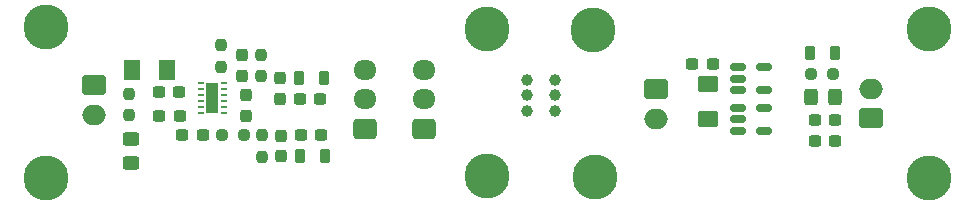
<source format=gts>
%TF.GenerationSoftware,KiCad,Pcbnew,9.0.0*%
%TF.CreationDate,2025-04-24T22:58:58+03:00*%
%TF.ProjectId,PSU,5053552e-6b69-4636-9164-5f7063625858,rev?*%
%TF.SameCoordinates,Original*%
%TF.FileFunction,Soldermask,Top*%
%TF.FilePolarity,Negative*%
%FSLAX46Y46*%
G04 Gerber Fmt 4.6, Leading zero omitted, Abs format (unit mm)*
G04 Created by KiCad (PCBNEW 9.0.0) date 2025-04-24 22:58:58*
%MOMM*%
%LPD*%
G01*
G04 APERTURE LIST*
G04 Aperture macros list*
%AMRoundRect*
0 Rectangle with rounded corners*
0 $1 Rounding radius*
0 $2 $3 $4 $5 $6 $7 $8 $9 X,Y pos of 4 corners*
0 Add a 4 corners polygon primitive as box body*
4,1,4,$2,$3,$4,$5,$6,$7,$8,$9,$2,$3,0*
0 Add four circle primitives for the rounded corners*
1,1,$1+$1,$2,$3*
1,1,$1+$1,$4,$5*
1,1,$1+$1,$6,$7*
1,1,$1+$1,$8,$9*
0 Add four rect primitives between the rounded corners*
20,1,$1+$1,$2,$3,$4,$5,0*
20,1,$1+$1,$4,$5,$6,$7,0*
20,1,$1+$1,$6,$7,$8,$9,0*
20,1,$1+$1,$8,$9,$2,$3,0*%
G04 Aperture macros list end*
%ADD10C,1.000000*%
%ADD11O,2.000000X1.700000*%
%ADD12RoundRect,0.250000X-0.750000X0.600000X-0.750000X-0.600000X0.750000X-0.600000X0.750000X0.600000X0*%
%ADD13RoundRect,0.237500X-0.300000X-0.237500X0.300000X-0.237500X0.300000X0.237500X-0.300000X0.237500X0*%
%ADD14RoundRect,0.237500X-0.237500X0.250000X-0.237500X-0.250000X0.237500X-0.250000X0.237500X0.250000X0*%
%ADD15RoundRect,0.237500X0.300000X0.237500X-0.300000X0.237500X-0.300000X-0.237500X0.300000X-0.237500X0*%
%ADD16RoundRect,0.250001X0.462499X0.624999X-0.462499X0.624999X-0.462499X-0.624999X0.462499X-0.624999X0*%
%ADD17O,1.950000X1.700000*%
%ADD18RoundRect,0.250000X0.725000X-0.600000X0.725000X0.600000X-0.725000X0.600000X-0.725000X-0.600000X0*%
%ADD19C,3.800000*%
%ADD20C,2.600000*%
%ADD21RoundRect,0.237500X0.237500X-0.250000X0.237500X0.250000X-0.237500X0.250000X-0.237500X-0.250000X0*%
%ADD22RoundRect,0.237500X-0.237500X0.300000X-0.237500X-0.300000X0.237500X-0.300000X0.237500X0.300000X0*%
%ADD23RoundRect,0.250000X0.450000X-0.325000X0.450000X0.325000X-0.450000X0.325000X-0.450000X-0.325000X0*%
%ADD24R,1.000000X2.650000*%
%ADD25RoundRect,0.062500X-0.187500X-0.062500X0.187500X-0.062500X0.187500X0.062500X-0.187500X0.062500X0*%
%ADD26RoundRect,0.237500X0.237500X-0.300000X0.237500X0.300000X-0.237500X0.300000X-0.237500X-0.300000X0*%
%ADD27RoundRect,0.218750X-0.218750X-0.381250X0.218750X-0.381250X0.218750X0.381250X-0.218750X0.381250X0*%
%ADD28RoundRect,0.237500X0.250000X0.237500X-0.250000X0.237500X-0.250000X-0.237500X0.250000X-0.237500X0*%
%ADD29RoundRect,0.150000X-0.512500X-0.150000X0.512500X-0.150000X0.512500X0.150000X-0.512500X0.150000X0*%
%ADD30RoundRect,0.250000X-0.325000X-0.450000X0.325000X-0.450000X0.325000X0.450000X-0.325000X0.450000X0*%
%ADD31RoundRect,0.250001X-0.624999X0.462499X-0.624999X-0.462499X0.624999X-0.462499X0.624999X0.462499X0*%
%ADD32RoundRect,0.237500X-0.250000X-0.237500X0.250000X-0.237500X0.250000X0.237500X-0.250000X0.237500X0*%
%ADD33RoundRect,0.250000X0.750000X-0.600000X0.750000X0.600000X-0.750000X0.600000X-0.750000X-0.600000X0*%
G04 APERTURE END LIST*
D10*
%TO.C,*%
X133121400Y-101422200D03*
%TD*%
%TO.C,*%
X133121400Y-98780600D03*
%TD*%
%TO.C,*%
X133121400Y-100101400D03*
%TD*%
%TO.C,*%
X130784600Y-101396800D03*
%TD*%
%TO.C,*%
X130784600Y-98755200D03*
%TD*%
%TO.C,*%
X130784600Y-100076000D03*
%TD*%
D11*
%TO.C,J1*%
X94133500Y-101737800D03*
D12*
X94133500Y-99237800D03*
%TD*%
D13*
%TO.C,C5*%
X103327200Y-103454200D03*
X101602200Y-103454200D03*
%TD*%
D14*
%TO.C,RLd*%
X97105300Y-101775900D03*
X97105300Y-99950900D03*
%TD*%
D15*
%TO.C,C9*%
X111635200Y-103454200D03*
X113360200Y-103454200D03*
%TD*%
D16*
%TO.C,F1*%
X97345000Y-97917000D03*
X100320000Y-97917000D03*
%TD*%
D15*
%TO.C,C3*%
X99645300Y-101803200D03*
X101370300Y-101803200D03*
%TD*%
D17*
%TO.C,J3*%
X122052900Y-97931600D03*
X122052900Y-100431600D03*
D18*
X122052900Y-102931600D03*
%TD*%
D19*
%TO.C,H3*%
X90018700Y-94335600D03*
D20*
X90018700Y-94335600D03*
%TD*%
D15*
%TO.C,C7*%
X111559000Y-100431600D03*
X113284000Y-100431600D03*
%TD*%
D21*
%TO.C,R1*%
X108255900Y-96648900D03*
X108255900Y-98473900D03*
%TD*%
D19*
%TO.C,H4*%
X127356700Y-94462600D03*
D20*
X127356700Y-94462600D03*
%TD*%
D19*
%TO.C,H1*%
X127382100Y-106883200D03*
D20*
X127382100Y-106883200D03*
%TD*%
D22*
%TO.C,C2*%
X106960500Y-101802100D03*
X106960500Y-100077100D03*
%TD*%
D23*
%TO.C,D1*%
X97283100Y-103800800D03*
X97283100Y-105850800D03*
%TD*%
D22*
%TO.C,C4*%
X106681100Y-98423900D03*
X106681100Y-96698900D03*
%TD*%
D15*
%TO.C,C1*%
X99621000Y-99822000D03*
X101346000Y-99822000D03*
%TD*%
D24*
%TO.C,U1*%
X104128050Y-100300600D03*
D25*
X105078050Y-99050600D03*
X105078050Y-99550600D03*
X105078050Y-100050600D03*
X105078050Y-100550600D03*
X105078050Y-101050600D03*
X105078050Y-101550600D03*
X103178050Y-101550600D03*
X103178050Y-101050600D03*
X103178050Y-100550600D03*
X103178050Y-100050600D03*
X103178050Y-99550600D03*
X103178050Y-99050600D03*
%TD*%
D22*
%TO.C,C6*%
X109856100Y-100379700D03*
X109856100Y-98654700D03*
%TD*%
D26*
%TO.C,C8*%
X109906900Y-103506100D03*
X109906900Y-105231100D03*
%TD*%
D19*
%TO.C,H2*%
X90018700Y-107061000D03*
D20*
X90018700Y-107061000D03*
%TD*%
D27*
%TO.C,L1*%
X113560200Y-98653600D03*
X111435200Y-98653600D03*
%TD*%
D28*
%TO.C,R4*%
X104981200Y-103454200D03*
X106806200Y-103454200D03*
%TD*%
D14*
%TO.C,R2*%
X104877700Y-97686500D03*
X104877700Y-95861500D03*
%TD*%
D17*
%TO.C,J2*%
X117074500Y-97931600D03*
X117074500Y-100431600D03*
D18*
X117074500Y-102931600D03*
%TD*%
D14*
%TO.C,R3*%
X108332100Y-105281100D03*
X108332100Y-103456100D03*
%TD*%
D27*
%TO.C,L2*%
X113661800Y-105206800D03*
X111536800Y-105206800D03*
%TD*%
D29*
%TO.C,U2*%
X150874118Y-97732204D03*
X150874118Y-99632204D03*
X148599118Y-99632204D03*
X148599118Y-98682204D03*
X148599118Y-97732204D03*
%TD*%
D19*
%TO.C,H8*%
X136486668Y-107004304D03*
D20*
X136486668Y-107004304D03*
%TD*%
D19*
%TO.C,H7*%
X136376218Y-94537158D03*
D20*
X136376218Y-94537158D03*
%TD*%
D15*
%TO.C,C10*%
X144759318Y-97402004D03*
X146484318Y-97402004D03*
%TD*%
D30*
%TO.C,D2*%
X156857618Y-100221404D03*
X154807618Y-100221404D03*
%TD*%
D27*
%TO.C,L3*%
X156818918Y-96487604D03*
X154693918Y-96487604D03*
%TD*%
D31*
%TO.C,F2*%
X146079018Y-102089904D03*
X146079018Y-99114904D03*
%TD*%
D32*
%TO.C,RLd*%
X156668918Y-98316404D03*
X154843918Y-98316404D03*
%TD*%
D19*
%TO.C,H5*%
X164849618Y-107059358D03*
D20*
X164849618Y-107059358D03*
%TD*%
D29*
%TO.C,U3*%
X150874118Y-101176404D03*
X150874118Y-103076404D03*
X148599118Y-103076404D03*
X148599118Y-102126404D03*
X148599118Y-101176404D03*
%TD*%
D19*
%TO.C,H6*%
X164849618Y-94511758D03*
D20*
X164849618Y-94511758D03*
%TD*%
D13*
%TO.C,C11*%
X156872918Y-102202604D03*
X155147918Y-102202604D03*
%TD*%
D15*
%TO.C,C12*%
X155147918Y-103980604D03*
X156872918Y-103980604D03*
%TD*%
D11*
%TO.C,J4*%
X141735618Y-102086404D03*
D12*
X141735618Y-99586404D03*
%TD*%
D11*
%TO.C,J5*%
X159901418Y-99530204D03*
D33*
X159901418Y-102030204D03*
%TD*%
M02*

</source>
